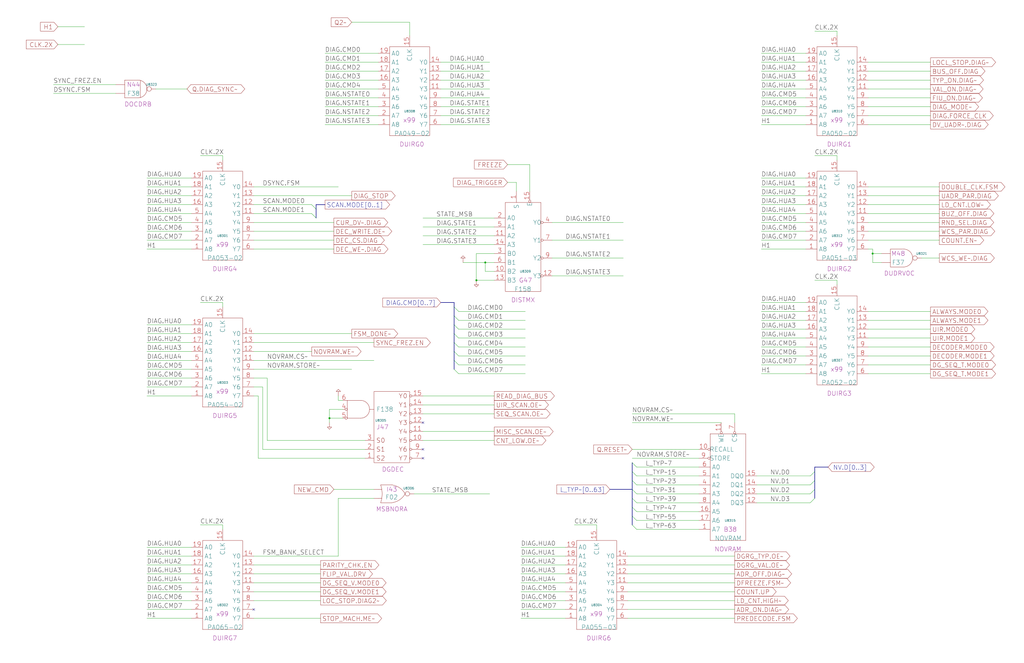
<source format=kicad_sch>
(kicad_sch (version 20230121) (generator eeschema)
  (paper "User" 584.2 378.46)
  (title_block (title "DIAGNOSTIC PROCESSOR") (date "22-MAY-90") (rev "1.0") (comment 1 "SEQUENCER") (comment 2 "232-003064") (comment 3 "S400") (comment 4 "RELEASED"))
  (lib_symbols
    (symbol "r1000:F02" (pin_numbers hide) (pin_names hide)
      (property "Reference" "U" (at 12.16 0.635 0))
      (property "Value" "F02" (at -1.27 -4.445 0))
      (property "Location" "___" (at 2.54 0 0))
      (property "Name" "______" (at 2.54 -12.7 0))
      (symbol "F02_1_1"
        (pin input line (at -7.62 0 0) (length 2.54) (name "D0") (number "1"))
        (pin input line (at -7.62 -5.08 0) (length 2.54) (name "D1") (number "2"))
        (pin output line (at 15.24 -2.54 180) (length 1.27) (name "Q") (number "3"))
      )
      (symbol "F02_1_2"
        (pin input line (at -7.62 0 0) (length 2.54) (name "D0") (number "1"))
        (pin input line (at -7.62 -5.08 0) (length 2.54) (name "D1") (number "2"))
        (pin output line (at 15.24 -2.54 180) (length 2.54) (name "Q") (number "3"))
      )
    )
    (symbol "r1000:F138" (pin_names (offset 1.016) hide)
      (property "Reference" "U" (at 1.27 3.81 0))
      (property "Value" "F138" (at -1.27 10.16 0))
      (property "Location" "___" (at -1.27 0 0))
      (property "Name" "______" (at 8.255 -24.13 0))
      (symbol "F138_1_1"
        (text "0" (at 2.54 -7.62 0) (effects (font (size 2.54 2.54))))
        (text "0" (at 15.24 17.78 0) (effects (font (size 2.54 2.54))))
        (text "1" (at 2.54 -12.7 0) (effects (font (size 2.54 2.54))))
        (text "1" (at 15.24 12.7 0) (effects (font (size 2.54 2.54))))
        (text "2" (at 2.54 -17.78 0) (effects (font (size 2.54 2.54))))
        (text "2" (at 15.24 7.62 0) (effects (font (size 2.54 2.54))))
        (text "3" (at 15.24 2.54 0) (effects (font (size 2.54 2.54))))
        (text "4" (at 15.24 -2.54 0) (effects (font (size 2.54 2.54))))
        (text "5" (at 15.24 -7.62 0) (effects (font (size 2.54 2.54))))
        (text "6" (at 15.24 -12.7 0) (effects (font (size 2.54 2.54))))
        (text "7" (at 15.24 -17.78 0) (effects (font (size 2.54 2.54))))
        (text "S" (at 0 -17.78 0) (effects (font (size 2.54 2.54))))
        (text "S" (at 0 -12.7 0) (effects (font (size 2.54 2.54))))
        (text "S" (at 0 -7.62 0) (effects (font (size 2.54 2.54))))
        (text "Y" (at 12.7 -17.78 0) (effects (font (size 2.54 2.54))))
        (text "Y" (at 12.7 -12.7 0) (effects (font (size 2.54 2.54))))
        (text "Y" (at 12.7 -7.62 0) (effects (font (size 2.54 2.54))))
        (text "Y" (at 12.7 -2.54 0) (effects (font (size 2.54 2.54))))
        (text "Y" (at 12.7 2.54 0) (effects (font (size 2.54 2.54))))
        (text "Y" (at 12.7 7.62 0) (effects (font (size 2.54 2.54))))
        (text "Y" (at 12.7 12.7 0) (effects (font (size 2.54 2.54))))
        (text "Y" (at 12.7 17.78 0) (effects (font (size 2.54 2.54))))
        (pin input line (at -7.62 -17.78 0) (length 5.08) (name "S2") (number "1"))
        (pin output line (at 25.4 -7.62 180) (length 6.35) (name "Y5_") (number "10"))
        (pin output line (at 25.4 -2.54 180) (length 6.35) (name "Y4_") (number "11"))
        (pin output line (at 25.4 2.54 180) (length 6.35) (name "Y3_") (number "12"))
        (pin output line (at 25.4 7.62 180) (length 6.35) (name "Y2_") (number "13"))
        (pin output line (at 25.4 12.7 180) (length 6.35) (name "Y1_") (number "14"))
        (pin output line (at 25.4 17.78 180) (length 6.35) (name "Y0_") (number "15"))
        (pin input line (at -7.62 -12.7 0) (length 5.08) (name "S1") (number "2"))
        (pin input line (at -7.62 -7.62 0) (length 5.08) (name "S0") (number "3"))
        (pin input line (at -20.32 10.16 0) (length 1.27) (name "D1") (number "4"))
        (pin input line (at -20.32 5.08 0) (length 1.27) (name "D2") (number "5"))
        (pin input line (at -20.32 15.24 0) (length 1.27) (name "D0") (number "6"))
        (pin output line (at 25.4 -17.78 180) (length 6.35) (name "Y7_") (number "7"))
        (pin output line (at 25.4 -12.7 180) (length 6.35) (name "Y6_") (number "9"))
      )
    )
    (symbol "r1000:F158" (pin_names (offset 1.016))
      (property "Reference" "U" (at 2.54 5.08 0))
      (property "Value" "F158" (at -3.81 -5.08 0))
      (property "Location" "___" (at -1.27 0 0))
      (property "Name" "______" (at 1.27 -12.7 0))
      (symbol "F158_1_1"
        (pin input line (at -2.54 50.8 270) (length 6.35) (name "S") (number "1"))
        (pin input line (at -15.24 5.08 0) (length 6.35) (name "B2") (number "10"))
        (pin input line (at -15.24 25.4 0) (length 6.35) (name "A2") (number "11"))
        (pin output line (at 17.78 2.54 180) (length 5.08) (name "Y3") (number "12"))
        (pin input line (at -15.24 0 0) (length 6.35) (name "B3") (number "13"))
        (pin input line (at -15.24 20.32 0) (length 6.35) (name "A3") (number "14"))
        (pin input line (at 5.08 50.8 270) (length 5.08) (name "E") (number "15"))
        (pin input line (at -15.24 35.56 0) (length 6.35) (name "A0") (number "2"))
        (pin input line (at -15.24 15.24 0) (length 6.35) (name "B0") (number "3"))
        (pin output line (at 17.78 33.02 180) (length 5.08) (name "Y0") (number "4"))
        (pin input line (at -15.24 30.48 0) (length 6.35) (name "A1") (number "5"))
        (pin input line (at -15.24 10.16 0) (length 6.35) (name "B1") (number "6"))
        (pin output line (at 17.78 22.86 180) (length 5.08) (name "Y1") (number "7"))
        (pin output line (at 17.78 12.7 180) (length 5.08) (name "Y2") (number "9"))
      )
    )
    (symbol "r1000:F37" (pin_numbers hide) (pin_names (offset 0) hide)
      (property "Reference" "U" (at 15.24 0 0))
      (property "Value" "F37" (at 1.905 -5.08 0))
      (property "Location" "___" (at 1.905 0 0))
      (property "Name" "______" (at 2.54 -12.7 0))
      (symbol "F37_1_1"
        (pin input line (at -7.62 0 0) (length 5.08) (name "D0") (number "1"))
        (pin input line (at -7.62 -5.08 0) (length 5.08) (name "D1") (number "2"))
        (pin output line (at 15.24 -2.54 180) (length 2.54) (name "Q") (number "3"))
      )
      (symbol "F37_1_2"
        (pin input line (at -7.62 0 0) (length 2.54) (name "D0") (number "1"))
        (pin input line (at -7.62 -5.08 0) (length 2.54) (name "D1") (number "2"))
        (pin output line (at 15.24 -2.54 180) (length 5.08) (name "Q") (number "3"))
      )
    )
    (symbol "r1000:F38" (pin_numbers hide) (pin_names hide)
      (property "Reference" "U" (at 12.7 2.54 0))
      (property "Value" "F38" (at 2.54 -2.54 0))
      (property "Location" "___" (at 2.54 2.54 0))
      (property "Name" "______" (at 5.08 -10.16 0))
      (symbol "F38_1_1"
        (pin input line (at -7.62 2.54 0) (length 5.08) (name "D0") (number "1"))
        (pin input line (at -7.62 -2.54 0) (length 5.08) (name "D1") (number "2"))
        (pin open_collector line (at 15.24 0 180) (length 2.54) (name "Q") (number "3"))
      )
      (symbol "F38_1_2"
        (pin input line (at -7.62 2.54 0) (length 2.54) (name "D0") (number "1"))
        (pin input line (at -7.62 -2.54 0) (length 2.54) (name "D1") (number "2"))
        (pin open_collector line (at 15.24 0 180) (length 5.08) (name "Q") (number "3"))
      )
    )
    (symbol "r1000:NOVRAM" (pin_names (offset 1.016))
      (property "Reference" "U" (at 2.54 5.08 0))
      (property "Value" "NOVRAM" (at -6.35 -5.08 0))
      (property "Location" "___" (at -1.27 0 0))
      (property "Name" "______" (at 1.27 -12.7 0))
      (symbol "NOVRAM_1_1"
        (pin input line (at -15.24 0 0) (length 6.35) (name "A7") (number "1"))
        (pin input line (at -15.24 45.72 0) (length 5.08) (name "RECALL") (number "10"))
        (pin input line (at -2.54 60.96 270) (length 5.08) (name "WE") (number "11"))
        (pin bidirectional line (at 17.78 15.24 180) (length 6.35) (name "DQ3") (number "12"))
        (pin bidirectional line (at 17.78 20.32 180) (length 6.35) (name "DQ2") (number "13"))
        (pin bidirectional line (at 17.78 25.4 180) (length 6.35) (name "DQ1") (number "14"))
        (pin bidirectional line (at 17.78 30.48 180) (length 6.35) (name "DQ0") (number "15"))
        (pin input line (at -15.24 10.16 0) (length 6.35) (name "A5") (number "16"))
        (pin input line (at -15.24 5.08 0) (length 6.35) (name "A6") (number "17"))
        (pin input line (at -15.24 20.32 0) (length 6.35) (name "A3") (number "3"))
        (pin input line (at -15.24 25.4 0) (length 6.35) (name "A2") (number "4"))
        (pin input line (at -15.24 30.48 0) (length 6.35) (name "A1") (number "5"))
        (pin input line (at -15.24 35.56 0) (length 6.35) (name "A0") (number "6"))
        (pin input line (at 5.08 60.96 270) (length 5.08) (name "CS") (number "7"))
        (pin input line (at -15.24 15.24 0) (length 6.35) (name "A4") (number "8"))
        (pin input line (at -15.24 40.64 0) (length 5.08) (name "STORE") (number "9"))
      )
    )
    (symbol "r1000:PD" (power) (pin_numbers hide) (pin_names hide) (in_bom no)
      (symbol "PD_1_1"
        (pin power_in line (at 0 0 270) (length 2.54) (name "PD") (number "1"))
      )
    )
    (symbol "r1000:PU" (power) (pin_numbers hide) (pin_names hide)
      (symbol "PU_1_1"
        (pin power_in line (at 0 0 90) (length 2.54) (name "PU") (number "1"))
      )
    )
    (symbol "r1000:XPAXXXL" (pin_names (offset 1.016))
      (property "Reference" "U" (at 2.54 5.08 0))
      (property "Value" "XPAXXXL" (at -6.35 -7.62 0))
      (property "Location" "___" (at -1.27 0 0))
      (property "Name" "______" (at 3.81 -15.24 0))
      (symbol "XPAXXXL_1_1"
        (pin input line (at -15.24 -2.54 0) (length 6.35) (name "A8") (number "1"))
        (pin output line (at 20.32 17.78 180) (length 6.35) (name "Y3") (number "11"))
        (pin output line (at 20.32 22.86 180) (length 6.35) (name "Y2") (number "12"))
        (pin output line (at 20.32 27.94 180) (length 6.35) (name "Y1") (number "13"))
        (pin output line (at 20.32 33.02 180) (length 6.35) (name "Y0") (number "14"))
        (pin input line (at 2.54 48.26 270) (length 6.35) (name "CLK") (number "15"))
        (pin input line (at -15.24 22.86 0) (length 6.35) (name "A3") (number "16"))
        (pin input line (at -15.24 27.94 0) (length 6.35) (name "A2") (number "17"))
        (pin input line (at -15.24 33.02 0) (length 6.35) (name "A1") (number "18"))
        (pin input line (at -15.24 38.1 0) (length 6.35) (name "A0") (number "19"))
        (pin input line (at -15.24 2.54 0) (length 6.35) (name "A7") (number "2"))
        (pin input line (at -15.24 7.62 0) (length 6.35) (name "A6") (number "3"))
        (pin input line (at -15.24 12.7 0) (length 6.35) (name "A5") (number "4"))
        (pin input line (at -15.24 17.78 0) (length 6.35) (name "A4") (number "5"))
        (pin output line (at 20.32 -2.54 180) (length 6.35) (name "Y7") (number "6"))
        (pin output line (at 20.32 2.54 180) (length 6.35) (name "Y6") (number "7"))
        (pin output line (at 20.32 7.62 180) (length 6.35) (name "Y5") (number "8"))
        (pin output line (at 20.32 12.7 180) (length 6.35) (name "Y4") (number "9"))
      )
    )
  )
  (junction (at 187.96 238.76))
  (junction (at 497.84 144.78))
  (junction (at 271.78 160.02))
  (junction (at 276.86 149.86))
  (no_connect (at 144.78 347.98))
  (no_connect (at 241.3 261.62))
  (no_connect (at 241.3 256.54))
  (no_connect (at 241.3 241.3))
  (bus_entry (at 259.08 180.34) (size 2.54 2.54))
  (bus_entry (at 464.82 284.48) (size -2.54 2.54))
  (bus_entry (at 360.68 299.72) (size 2.54 2.54))
  (bus_entry (at 259.08 190.5) (size 2.54 2.54))
  (bus_entry (at 464.82 279.4) (size -2.54 2.54))
  (bus_entry (at 360.68 284.48) (size 2.54 2.54))
  (bus_entry (at 360.68 269.24) (size 2.54 2.54))
  (bus_entry (at 360.68 279.4) (size 2.54 2.54))
  (bus_entry (at 464.82 269.24) (size -2.54 2.54))
  (bus_entry (at 360.68 264.16) (size 2.54 2.54))
  (bus_entry (at 360.68 274.32) (size 2.54 2.54))
  (bus_entry (at 360.68 294.64) (size 2.54 2.54))
  (bus_entry (at 177.8 121.92) (size 2.54 2.54))
  (bus_entry (at 259.08 195.58) (size 2.54 2.54))
  (bus_entry (at 177.8 116.84) (size 2.54 2.54))
  (bus_entry (at 259.08 175.26) (size 2.54 2.54))
  (bus_entry (at 259.08 205.74) (size 2.54 2.54))
  (bus_entry (at 360.68 289.56) (size 2.54 2.54))
  (bus_entry (at 464.82 274.32) (size -2.54 2.54))
  (bus_entry (at 259.08 210.82) (size 2.54 2.54))
  (bus_entry (at 259.08 200.66) (size 2.54 2.54))
  (bus_entry (at 259.08 185.42) (size 2.54 2.54))
  (bus (pts (xy 259.08 195.58) (xy 259.08 200.66)))
  (wire (pts (xy 144.78 342.9) (xy 182.88 342.9)))
  (wire (pts (xy 495.3 55.88) (xy 530.86 55.88)))
  (wire (pts (xy 434.34 116.84) (xy 459.74 116.84)))
  (wire (pts (xy 497.84 149.86) (xy 502.92 149.86)))
  (wire (pts (xy 144.78 127) (xy 190.5 127)))
  (wire (pts (xy 144.78 205.74) (xy 213.36 205.74)))
  (wire (pts (xy 251.46 66.04) (xy 279.4 66.04)))
  (wire (pts (xy 495.3 213.36) (xy 530.86 213.36)))
  (wire (pts (xy 251.46 50.8) (xy 279.4 50.8)))
  (wire (pts (xy 83.82 342.9) (xy 109.22 342.9)))
  (bus (pts (xy 464.82 266.7) (xy 472.44 266.7)))
  (wire (pts (xy 193.04 226.06) (xy 193.04 228.6)))
  (bus (pts (xy 464.82 274.32) (xy 464.82 279.4)))
  (bus (pts (xy 360.68 279.4) (xy 360.68 284.48)))
  (wire (pts (xy 185.42 40.64) (xy 215.9 40.64)))
  (wire (pts (xy 241.3 231.14) (xy 281.94 231.14)))
  (bus (pts (xy 259.08 205.74) (xy 259.08 210.82)))
  (wire (pts (xy 363.22 266.7) (xy 398.78 266.7)))
  (wire (pts (xy 358.14 347.98) (xy 419.1 347.98)))
  (wire (pts (xy 434.34 35.56) (xy 459.74 35.56)))
  (wire (pts (xy 144.78 121.92) (xy 177.8 121.92)))
  (bus (pts (xy 259.08 190.5) (xy 259.08 195.58)))
  (wire (pts (xy 144.78 317.5) (xy 193.04 317.5)))
  (wire (pts (xy 261.62 203.2) (xy 299.72 203.2)))
  (bus (pts (xy 259.08 172.72) (xy 259.08 175.26)))
  (wire (pts (xy 261.62 182.88) (xy 299.72 182.88)))
  (wire (pts (xy 434.34 40.64) (xy 459.74 40.64)))
  (wire (pts (xy 114.3 172.72) (xy 127 172.72)))
  (wire (pts (xy 152.4 251.46) (xy 208.28 251.46)))
  (wire (pts (xy 363.22 302.26) (xy 398.78 302.26)))
  (wire (pts (xy 144.78 332.74) (xy 182.88 332.74)))
  (wire (pts (xy 363.22 297.18) (xy 398.78 297.18)))
  (wire (pts (xy 83.82 317.5) (xy 109.22 317.5)))
  (wire (pts (xy 363.22 281.94) (xy 398.78 281.94)))
  (wire (pts (xy 363.22 287.02) (xy 398.78 287.02)))
  (wire (pts (xy 83.82 226.06) (xy 109.22 226.06)))
  (wire (pts (xy 185.42 30.48) (xy 215.9 30.48)))
  (wire (pts (xy 363.22 292.1) (xy 398.78 292.1)))
  (wire (pts (xy 83.82 205.74) (xy 109.22 205.74)))
  (wire (pts (xy 185.42 60.96) (xy 215.9 60.96)))
  (wire (pts (xy 434.34 142.24) (xy 459.74 142.24)))
  (wire (pts (xy 434.34 30.48) (xy 459.74 30.48)))
  (wire (pts (xy 495.3 111.76) (xy 535.94 111.76)))
  (wire (pts (xy 144.78 353.06) (xy 182.88 353.06)))
  (wire (pts (xy 241.3 251.46) (xy 281.94 251.46)))
  (wire (pts (xy 495.3 193.04) (xy 530.86 193.04)))
  (wire (pts (xy 83.82 353.06) (xy 109.22 353.06)))
  (wire (pts (xy 261.62 193.04) (xy 299.72 193.04)))
  (wire (pts (xy 497.84 142.24) (xy 495.3 142.24)))
  (wire (pts (xy 327.66 299.72) (xy 340.36 299.72)))
  (wire (pts (xy 314.96 127) (xy 355.6 127)))
  (bus (pts (xy 360.68 274.32) (xy 360.68 279.4)))
  (wire (pts (xy 363.22 276.86) (xy 398.78 276.86)))
  (wire (pts (xy 187.96 238.76) (xy 195.58 238.76)))
  (wire (pts (xy 83.82 312.42) (xy 109.22 312.42)))
  (wire (pts (xy 297.18 342.9) (xy 322.58 342.9)))
  (wire (pts (xy 464.82 160.02) (xy 477.52 160.02)))
  (wire (pts (xy 431.8 281.94) (xy 462.28 281.94)))
  (wire (pts (xy 261.62 208.28) (xy 299.72 208.28)))
  (wire (pts (xy 297.18 322.58) (xy 322.58 322.58)))
  (wire (pts (xy 83.82 220.98) (xy 109.22 220.98)))
  (wire (pts (xy 144.78 226.06) (xy 147.32 226.06)))
  (wire (pts (xy 289.56 93.98) (xy 302.26 93.98)))
  (wire (pts (xy 495.3 66.04) (xy 530.86 66.04)))
  (wire (pts (xy 363.22 271.78) (xy 398.78 271.78)))
  (bus (pts (xy 464.82 269.24) (xy 464.82 274.32)))
  (wire (pts (xy 495.3 137.16) (xy 535.94 137.16)))
  (wire (pts (xy 495.3 45.72) (xy 530.86 45.72)))
  (wire (pts (xy 30.48 48.26) (xy 66.04 48.26)))
  (wire (pts (xy 495.3 106.68) (xy 535.94 106.68)))
  (wire (pts (xy 497.84 144.78) (xy 502.92 144.78)))
  (wire (pts (xy 434.34 106.68) (xy 459.74 106.68)))
  (wire (pts (xy 261.62 213.36) (xy 299.72 213.36)))
  (wire (pts (xy 144.78 137.16) (xy 190.5 137.16)))
  (wire (pts (xy 297.18 317.5) (xy 322.58 317.5)))
  (wire (pts (xy 297.18 353.06) (xy 322.58 353.06)))
  (wire (pts (xy 83.82 190.5) (xy 109.22 190.5)))
  (bus (pts (xy 360.68 284.48) (xy 360.68 289.56)))
  (wire (pts (xy 83.82 116.84) (xy 109.22 116.84)))
  (wire (pts (xy 497.84 144.78) (xy 497.84 142.24)))
  (wire (pts (xy 233.68 12.7) (xy 233.68 20.32)))
  (wire (pts (xy 419.1 236.22) (xy 419.1 241.3)))
  (wire (pts (xy 495.3 187.96) (xy 530.86 187.96)))
  (wire (pts (xy 185.42 35.56) (xy 215.9 35.56)))
  (wire (pts (xy 144.78 215.9) (xy 152.4 215.9)))
  (wire (pts (xy 193.04 284.48) (xy 213.36 284.48)))
  (wire (pts (xy 497.84 149.86) (xy 497.84 144.78)))
  (wire (pts (xy 495.3 177.8) (xy 530.86 177.8)))
  (wire (pts (xy 431.8 271.78) (xy 462.28 271.78)))
  (wire (pts (xy 195.58 233.68) (xy 187.96 233.68)))
  (wire (pts (xy 434.34 198.12) (xy 459.74 198.12)))
  (wire (pts (xy 144.78 220.98) (xy 149.86 220.98)))
  (wire (pts (xy 289.56 104.14) (xy 294.64 104.14)))
  (wire (pts (xy 83.82 137.16) (xy 109.22 137.16)))
  (bus (pts (xy 464.82 266.7) (xy 464.82 269.24)))
  (wire (pts (xy 144.78 327.66) (xy 182.88 327.66)))
  (wire (pts (xy 127 172.72) (xy 127 175.26)))
  (wire (pts (xy 83.82 322.58) (xy 109.22 322.58)))
  (wire (pts (xy 30.48 53.34) (xy 66.04 53.34)))
  (wire (pts (xy 83.82 121.92) (xy 109.22 121.92)))
  (wire (pts (xy 264.16 149.86) (xy 276.86 149.86)))
  (wire (pts (xy 83.82 332.74) (xy 109.22 332.74)))
  (wire (pts (xy 144.78 200.66) (xy 177.8 200.66)))
  (wire (pts (xy 83.82 127) (xy 109.22 127)))
  (wire (pts (xy 434.34 121.92) (xy 459.74 121.92)))
  (wire (pts (xy 88.9 50.8) (xy 106.68 50.8)))
  (wire (pts (xy 360.68 241.3) (xy 411.48 241.3)))
  (wire (pts (xy 83.82 101.6) (xy 109.22 101.6)))
  (wire (pts (xy 261.62 177.8) (xy 299.72 177.8)))
  (wire (pts (xy 149.86 256.54) (xy 208.28 256.54)))
  (wire (pts (xy 358.14 337.82) (xy 419.1 337.82)))
  (bus (pts (xy 259.08 175.26) (xy 259.08 180.34)))
  (wire (pts (xy 431.8 276.86) (xy 462.28 276.86)))
  (wire (pts (xy 193.04 317.5) (xy 193.04 284.48)))
  (wire (pts (xy 276.86 149.86) (xy 281.94 149.86)))
  (wire (pts (xy 185.42 45.72) (xy 215.9 45.72)))
  (wire (pts (xy 185.42 71.12) (xy 215.9 71.12)))
  (wire (pts (xy 144.78 142.24) (xy 190.5 142.24)))
  (wire (pts (xy 434.34 182.88) (xy 459.74 182.88)))
  (wire (pts (xy 127 299.72) (xy 127 302.26)))
  (wire (pts (xy 241.3 124.46) (xy 281.94 124.46)))
  (wire (pts (xy 251.46 55.88) (xy 279.4 55.88)))
  (wire (pts (xy 236.22 281.94) (xy 279.4 281.94)))
  (wire (pts (xy 83.82 327.66) (xy 109.22 327.66)))
  (wire (pts (xy 144.78 116.84) (xy 177.8 116.84)))
  (bus (pts (xy 259.08 200.66) (xy 259.08 205.74)))
  (wire (pts (xy 144.78 106.68) (xy 193.04 106.68)))
  (wire (pts (xy 144.78 322.58) (xy 182.88 322.58)))
  (wire (pts (xy 251.46 71.12) (xy 279.4 71.12)))
  (wire (pts (xy 271.78 144.78) (xy 271.78 160.02)))
  (wire (pts (xy 144.78 210.82) (xy 200.66 210.82)))
  (wire (pts (xy 251.46 40.64) (xy 279.4 40.64)))
  (wire (pts (xy 434.34 45.72) (xy 459.74 45.72)))
  (wire (pts (xy 200.66 12.7) (xy 233.68 12.7)))
  (wire (pts (xy 495.3 40.64) (xy 530.86 40.64)))
  (wire (pts (xy 434.34 55.88) (xy 459.74 55.88)))
  (wire (pts (xy 495.3 50.8) (xy 530.86 50.8)))
  (wire (pts (xy 360.68 256.54) (xy 398.78 256.54)))
  (wire (pts (xy 434.34 60.96) (xy 459.74 60.96)))
  (wire (pts (xy 33.02 15.24) (xy 48.26 15.24)))
  (wire (pts (xy 251.46 60.96) (xy 279.4 60.96)))
  (wire (pts (xy 83.82 132.08) (xy 109.22 132.08)))
  (wire (pts (xy 495.3 60.96) (xy 530.86 60.96)))
  (bus (pts (xy 360.68 269.24) (xy 360.68 274.32)))
  (wire (pts (xy 144.78 195.58) (xy 213.36 195.58)))
  (wire (pts (xy 434.34 193.04) (xy 459.74 193.04)))
  (wire (pts (xy 147.32 261.62) (xy 208.28 261.62)))
  (wire (pts (xy 434.34 101.6) (xy 459.74 101.6)))
  (bus (pts (xy 251.46 172.72) (xy 259.08 172.72)))
  (wire (pts (xy 185.42 55.88) (xy 215.9 55.88)))
  (wire (pts (xy 495.3 132.08) (xy 535.94 132.08)))
  (wire (pts (xy 261.62 198.12) (xy 299.72 198.12)))
  (wire (pts (xy 314.96 157.48) (xy 355.6 157.48)))
  (wire (pts (xy 434.34 50.8) (xy 459.74 50.8)))
  (wire (pts (xy 83.82 195.58) (xy 109.22 195.58)))
  (wire (pts (xy 358.14 327.66) (xy 419.1 327.66)))
  (bus (pts (xy 180.34 119.38) (xy 180.34 124.46)))
  (wire (pts (xy 434.34 187.96) (xy 459.74 187.96)))
  (wire (pts (xy 83.82 215.9) (xy 109.22 215.9)))
  (wire (pts (xy 431.8 287.02) (xy 462.28 287.02)))
  (wire (pts (xy 276.86 154.94) (xy 276.86 149.86)))
  (wire (pts (xy 271.78 160.02) (xy 281.94 160.02)))
  (wire (pts (xy 241.3 236.22) (xy 281.94 236.22)))
  (wire (pts (xy 358.14 353.06) (xy 419.1 353.06)))
  (wire (pts (xy 434.34 213.36) (xy 459.74 213.36)))
  (wire (pts (xy 185.42 50.8) (xy 215.9 50.8)))
  (wire (pts (xy 241.3 139.7) (xy 281.94 139.7)))
  (bus (pts (xy 180.34 116.84) (xy 180.34 119.38)))
  (wire (pts (xy 477.52 17.78) (xy 477.52 20.32)))
  (wire (pts (xy 314.96 147.32) (xy 355.6 147.32)))
  (wire (pts (xy 358.14 342.9) (xy 419.1 342.9)))
  (wire (pts (xy 193.04 228.6) (xy 195.58 228.6)))
  (wire (pts (xy 33.02 25.4) (xy 48.26 25.4)))
  (wire (pts (xy 144.78 111.76) (xy 200.66 111.76)))
  (wire (pts (xy 241.3 134.62) (xy 281.94 134.62)))
  (wire (pts (xy 495.3 198.12) (xy 530.86 198.12)))
  (wire (pts (xy 83.82 185.42) (xy 109.22 185.42)))
  (wire (pts (xy 83.82 106.68) (xy 109.22 106.68)))
  (wire (pts (xy 241.3 226.06) (xy 281.94 226.06)))
  (wire (pts (xy 297.18 332.74) (xy 322.58 332.74)))
  (wire (pts (xy 434.34 66.04) (xy 459.74 66.04)))
  (wire (pts (xy 434.34 172.72) (xy 459.74 172.72)))
  (wire (pts (xy 149.86 220.98) (xy 149.86 256.54)))
  (wire (pts (xy 434.34 127) (xy 459.74 127)))
  (wire (pts (xy 495.3 71.12) (xy 530.86 71.12)))
  (wire (pts (xy 144.78 337.82) (xy 182.88 337.82)))
  (wire (pts (xy 434.34 71.12) (xy 459.74 71.12)))
  (wire (pts (xy 83.82 337.82) (xy 109.22 337.82)))
  (wire (pts (xy 434.34 203.2) (xy 459.74 203.2)))
  (wire (pts (xy 358.14 322.58) (xy 419.1 322.58)))
  (wire (pts (xy 83.82 210.82) (xy 109.22 210.82)))
  (wire (pts (xy 434.34 177.8) (xy 459.74 177.8)))
  (wire (pts (xy 495.3 182.88) (xy 530.86 182.88)))
  (wire (pts (xy 152.4 215.9) (xy 152.4 251.46)))
  (bus (pts (xy 259.08 185.42) (xy 259.08 190.5)))
  (wire (pts (xy 495.3 208.28) (xy 530.86 208.28)))
  (wire (pts (xy 360.68 236.22) (xy 419.1 236.22)))
  (wire (pts (xy 495.3 127) (xy 535.94 127)))
  (bus (pts (xy 259.08 180.34) (xy 259.08 185.42)))
  (wire (pts (xy 297.18 312.42) (xy 322.58 312.42)))
  (wire (pts (xy 297.18 337.82) (xy 322.58 337.82)))
  (wire (pts (xy 187.96 238.76) (xy 187.96 241.3)))
  (wire (pts (xy 241.3 129.54) (xy 281.94 129.54)))
  (wire (pts (xy 281.94 154.94) (xy 276.86 154.94)))
  (wire (pts (xy 340.36 299.72) (xy 340.36 302.26)))
  (wire (pts (xy 251.46 35.56) (xy 279.4 35.56)))
  (wire (pts (xy 464.82 88.9) (xy 477.52 88.9)))
  (bus (pts (xy 360.68 264.16) (xy 360.68 269.24)))
  (wire (pts (xy 127 88.9) (xy 127 91.44)))
  (wire (pts (xy 495.3 116.84) (xy 535.94 116.84)))
  (wire (pts (xy 190.5 279.4) (xy 213.36 279.4)))
  (wire (pts (xy 114.3 88.9) (xy 127 88.9)))
  (wire (pts (xy 434.34 132.08) (xy 459.74 132.08)))
  (bus (pts (xy 360.68 289.56) (xy 360.68 294.64)))
  (wire (pts (xy 358.14 332.74) (xy 419.1 332.74)))
  (wire (pts (xy 297.18 347.98) (xy 322.58 347.98)))
  (wire (pts (xy 185.42 66.04) (xy 215.9 66.04)))
  (wire (pts (xy 358.14 317.5) (xy 419.1 317.5)))
  (bus (pts (xy 180.34 116.84) (xy 185.42 116.84)))
  (wire (pts (xy 314.96 137.16) (xy 355.6 137.16)))
  (wire (pts (xy 83.82 111.76) (xy 109.22 111.76)))
  (wire (pts (xy 83.82 142.24) (xy 109.22 142.24)))
  (wire (pts (xy 477.52 88.9) (xy 477.52 91.44)))
  (wire (pts (xy 83.82 347.98) (xy 109.22 347.98)))
  (wire (pts (xy 297.18 327.66) (xy 322.58 327.66)))
  (wire (pts (xy 464.82 17.78) (xy 477.52 17.78)))
  (bus (pts (xy 360.68 294.64) (xy 360.68 299.72)))
  (wire (pts (xy 434.34 137.16) (xy 459.74 137.16)))
  (wire (pts (xy 302.26 93.98) (xy 302.26 109.22)))
  (wire (pts (xy 360.68 261.62) (xy 398.78 261.62)))
  (wire (pts (xy 144.78 190.5) (xy 200.66 190.5)))
  (wire (pts (xy 281.94 144.78) (xy 271.78 144.78)))
  (wire (pts (xy 251.46 45.72) (xy 279.4 45.72)))
  (wire (pts (xy 495.3 203.2) (xy 530.86 203.2)))
  (wire (pts (xy 495.3 121.92) (xy 535.94 121.92)))
  (wire (pts (xy 187.96 233.68) (xy 187.96 238.76)))
  (wire (pts (xy 434.34 111.76) (xy 459.74 111.76)))
  (wire (pts (xy 114.3 299.72) (xy 127 299.72)))
  (wire (pts (xy 495.3 35.56) (xy 530.86 35.56)))
  (wire (pts (xy 261.62 187.96) (xy 299.72 187.96)))
  (bus (pts (xy 464.82 279.4) (xy 464.82 284.48)))
  (wire (pts (xy 241.3 246.38) (xy 281.94 246.38)))
  (wire (pts (xy 144.78 132.08) (xy 190.5 132.08)))
  (wire (pts (xy 434.34 208.28) (xy 459.74 208.28)))
  (wire (pts (xy 525.78 147.32) (xy 535.94 147.32)))
  (wire (pts (xy 477.52 160.02) (xy 477.52 162.56)))
  (wire (pts (xy 83.82 200.66) (xy 109.22 200.66)))
  (wire (pts (xy 147.32 226.06) (xy 147.32 261.62)))
  (wire (pts (xy 294.64 104.14) (xy 294.64 109.22)))
  (bus (pts (xy 347.98 279.4) (xy 360.68 279.4)))
  (label "H1" (at 83.82 226.06 0) (effects (font (size 2.54 2.54))))
  (label "DIAG.CMD5" (at 83.82 127 0) (effects (font (size 2.54 2.54))))
  (label "DIAG.HUA2" (at 434.34 40.64 0) (effects (font (size 2.54 2.54))))
  (label "DIAG.CMD6" (at 434.34 60.96 0) (effects (font (size 2.54 2.54))))
  (label "DIAG.HUA4" (at 434.34 193.04 0) (effects (font (size 2.54 2.54))))
  (label "SCAN.MODE0" (at 149.86 116.84 0) (effects (font (size 2.54 2.54))))
  (label "DIAG.HUA0" (at 434.34 172.72 0) (effects (font (size 2.54 2.54))))
  (label "NOVRAM.CS~" (at 152.4 205.74 0) (effects (font (size 2.54 2.54))))
  (label "DIAG.CMD5" (at 83.82 210.82 0) (effects (font (size 2.54 2.54))))
  (label "DIAG.HUA2" (at 83.82 322.58 0) (effects (font (size 2.54 2.54))))
  (label "DIAG.CMD6" (at 83.82 215.9 0) (effects (font (size 2.54 2.54))))
  (label "DIAG.HUA2" (at 434.34 111.76 0) (effects (font (size 2.54 2.54))))
  (label "H1" (at 297.18 353.06 0) (effects (font (size 2.54 2.54))))
  (label "DIAG.CMD0" (at 266.7 177.8 0) (effects (font (size 2.54 2.54))))
  (label "STATE_MSB" (at 248.92 124.46 0) (effects (font (size 2.54 2.54))))
  (label "DIAG.CMD4" (at 185.42 50.8 0) (effects (font (size 2.54 2.54))))
  (label "DIAG.CMD7" (at 434.34 137.16 0) (effects (font (size 2.54 2.54))))
  (label "DIAG.NSTATE3" (at 322.58 157.48 0) (effects (font (size 2.54 2.54))))
  (label "DIAG.STATE1" (at 248.92 129.54 0) (effects (font (size 2.54 2.54))))
  (label "DIAG.CMD5" (at 83.82 337.82 0) (effects (font (size 2.54 2.54))))
  (label "H1" (at 434.34 213.36 0) (effects (font (size 2.54 2.54))))
  (label "DIAG.CMD7" (at 83.82 137.16 0) (effects (font (size 2.54 2.54))))
  (label "DIAG.STATE3" (at 256.54 71.12 0) (effects (font (size 2.54 2.54))))
  (label "L_TYP~63" (at 368.3 302.26 0) (effects (font (size 2.54 2.54))))
  (label "DIAG.HUA3" (at 256.54 50.8 0) (effects (font (size 2.54 2.54))))
  (label "DIAG.CMD7" (at 83.82 220.98 0) (effects (font (size 2.54 2.54))))
  (label "SCAN.MODE1" (at 149.86 121.92 0) (effects (font (size 2.54 2.54))))
  (label "DIAG.HUA2" (at 83.82 195.58 0) (effects (font (size 2.54 2.54))))
  (label "DIAG.HUA3" (at 297.18 327.66 0) (effects (font (size 2.54 2.54))))
  (label "DIAG.CMD7" (at 434.34 208.28 0) (effects (font (size 2.54 2.54))))
  (label "DIAG.NSTATE2" (at 185.42 66.04 0) (effects (font (size 2.54 2.54))))
  (label "DIAG.CMD6" (at 434.34 203.2 0) (effects (font (size 2.54 2.54))))
  (label "DIAG.NSTATE1" (at 185.42 60.96 0) (effects (font (size 2.54 2.54))))
  (label "DIAG.CMD2" (at 266.7 187.96 0) (effects (font (size 2.54 2.54))))
  (label "DIAG.CMD6" (at 434.34 132.08 0) (effects (font (size 2.54 2.54))))
  (label "DIAG.HUA1" (at 83.82 106.68 0) (effects (font (size 2.54 2.54))))
  (label "CLK.2X" (at 114.3 299.72 0) (effects (font (size 2.54 2.54))))
  (label "DIAG.STATE3" (at 248.92 139.7 0) (effects (font (size 2.54 2.54))))
  (label "SYNC_FREZ.EN" (at 30.48 48.26 0) (effects (font (size 2.54 2.54))))
  (label "DIAG.HUA3" (at 83.82 327.66 0) (effects (font (size 2.54 2.54))))
  (label "NV.D0" (at 439.42 271.78 0) (effects (font (size 2.54 2.54))))
  (label "CLK.2X" (at 114.3 88.9 0) (effects (font (size 2.54 2.54))))
  (label "DIAG.HUA4" (at 83.82 205.74 0) (effects (font (size 2.54 2.54))))
  (label "DSYNC.FSM" (at 30.48 53.34 0) (effects (font (size 2.54 2.54))))
  (label "NOVRAM.CS~" (at 360.68 236.22 0) (effects (font (size 2.54 2.54))))
  (label "DSYNC.FSM" (at 149.86 106.68 0) (effects (font (size 2.54 2.54))))
  (label "DIAG.HUA4" (at 256.54 55.88 0) (effects (font (size 2.54 2.54))))
  (label "DIAG.HUA1" (at 434.34 177.8 0) (effects (font (size 2.54 2.54))))
  (label "DIAG.HUA1" (at 434.34 106.68 0) (effects (font (size 2.54 2.54))))
  (label "DIAG.CMD1" (at 185.42 35.56 0) (effects (font (size 2.54 2.54))))
  (label "DIAG.HUA0" (at 297.18 312.42 0) (effects (font (size 2.54 2.54))))
  (label "DIAG.HUA3" (at 83.82 116.84 0) (effects (font (size 2.54 2.54))))
  (label "DIAG.CMD7" (at 266.7 213.36 0) (effects (font (size 2.54 2.54))))
  (label "DIAG.HUA4" (at 434.34 121.92 0) (effects (font (size 2.54 2.54))))
  (label "DIAG.CMD1" (at 266.7 182.88 0) (effects (font (size 2.54 2.54))))
  (label "DIAG.NSTATE0" (at 185.42 55.88 0) (effects (font (size 2.54 2.54))))
  (label "DIAG.HUA1" (at 256.54 40.64 0) (effects (font (size 2.54 2.54))))
  (label "DIAG.HUA0" (at 83.82 101.6 0) (effects (font (size 2.54 2.54))))
  (label "DIAG.HUA2" (at 83.82 111.76 0) (effects (font (size 2.54 2.54))))
  (label "DIAG.NSTATE1" (at 322.58 137.16 0) (effects (font (size 2.54 2.54))))
  (label "DIAG.NSTATE0" (at 322.58 127 0) (effects (font (size 2.54 2.54))))
  (label "DIAG.HUA1" (at 297.18 317.5 0) (effects (font (size 2.54 2.54))))
  (label "DIAG.CMD6" (at 83.82 132.08 0) (effects (font (size 2.54 2.54))))
  (label "L_TYP~7" (at 368.3 266.7 0) (effects (font (size 2.54 2.54))))
  (label "NV.D1" (at 439.42 276.86 0) (effects (font (size 2.54 2.54))))
  (label "NOVRAM.STORE~" (at 363.22 261.62 0) (effects (font (size 2.54 2.54))))
  (label "FSM_BANK_SELECT" (at 149.86 317.5 0) (effects (font (size 2.54 2.54))))
  (label "CLK.2X" (at 114.3 172.72 0) (effects (font (size 2.54 2.54))))
  (label "CLK.2X" (at 464.82 17.78 0) (effects (font (size 2.54 2.54))))
  (label "NOVRAM.WE~" (at 360.68 241.3 0) (effects (font (size 2.54 2.54))))
  (label "DIAG.HUA2" (at 256.54 45.72 0) (effects (font (size 2.54 2.54))))
  (label "DIAG.CMD6" (at 83.82 342.9 0) (effects (font (size 2.54 2.54))))
  (label "NV.D3" (at 439.42 287.02 0) (effects (font (size 2.54 2.54))))
  (label "H1" (at 83.82 142.24 0) (effects (font (size 2.54 2.54))))
  (label "DIAG.HUA1" (at 434.34 35.56 0) (effects (font (size 2.54 2.54))))
  (label "DIAG.CMD3" (at 266.7 193.04 0) (effects (font (size 2.54 2.54))))
  (label "DIAG.CMD6" (at 297.18 342.9 0) (effects (font (size 2.54 2.54))))
  (label "DIAG.HUA3" (at 434.34 45.72 0) (effects (font (size 2.54 2.54))))
  (label "DIAG.HUA0" (at 434.34 101.6 0) (effects (font (size 2.54 2.54))))
  (label "DIAG.CMD3" (at 185.42 45.72 0) (effects (font (size 2.54 2.54))))
  (label "CLK.2X" (at 464.82 88.9 0) (effects (font (size 2.54 2.54))))
  (label "DIAG.CMD5" (at 434.34 55.88 0) (effects (font (size 2.54 2.54))))
  (label "DIAG.HUA4" (at 434.34 50.8 0) (effects (font (size 2.54 2.54))))
  (label "H1" (at 434.34 71.12 0) (effects (font (size 2.54 2.54))))
  (label "DIAG.HUA0" (at 83.82 185.42 0) (effects (font (size 2.54 2.54))))
  (label "DIAG.CMD7" (at 297.18 347.98 0) (effects (font (size 2.54 2.54))))
  (label "DIAG.CMD4" (at 266.7 198.12 0) (effects (font (size 2.54 2.54))))
  (label "DIAG.HUA4" (at 83.82 121.92 0) (effects (font (size 2.54 2.54))))
  (label "DIAG.CMD5" (at 266.7 203.2 0) (effects (font (size 2.54 2.54))))
  (label "DIAG.HUA1" (at 83.82 190.5 0) (effects (font (size 2.54 2.54))))
  (label "CLK.2X" (at 464.82 160.02 0) (effects (font (size 2.54 2.54))))
  (label "DIAG.HUA3" (at 434.34 116.84 0) (effects (font (size 2.54 2.54))))
  (label "DIAG.NSTATE3" (at 185.42 71.12 0) (effects (font (size 2.54 2.54))))
  (label "DIAG.HUA0" (at 256.54 35.56 0) (effects (font (size 2.54 2.54))))
  (label "DIAG.CMD2" (at 185.42 40.64 0) (effects (font (size 2.54 2.54))))
  (label "DIAG.CMD7" (at 434.34 66.04 0) (effects (font (size 2.54 2.54))))
  (label "L_TYP~15" (at 368.3 271.78 0) (effects (font (size 2.54 2.54))))
  (label "DIAG.STATE2" (at 248.92 134.62 0) (effects (font (size 2.54 2.54))))
  (label "NOVRAM.STORE~" (at 152.4 210.82 0) (effects (font (size 2.54 2.54))))
  (label "DIAG.HUA3" (at 434.34 187.96 0) (effects (font (size 2.54 2.54))))
  (label "DIAG.HUA4" (at 83.82 332.74 0) (effects (font (size 2.54 2.54))))
  (label "DIAG.CMD0" (at 185.42 30.48 0) (effects (font (size 2.54 2.54))))
  (label "DIAG.HUA1" (at 83.82 317.5 0) (effects (font (size 2.54 2.54))))
  (label "L_TYP~55" (at 368.3 297.18 0) (effects (font (size 2.54 2.54))))
  (label "DIAG.HUA2" (at 297.18 322.58 0) (effects (font (size 2.54 2.54))))
  (label "DIAG.CMD7" (at 83.82 347.98 0) (effects (font (size 2.54 2.54))))
  (label "L_TYP~23" (at 368.3 276.86 0) (effects (font (size 2.54 2.54))))
  (label "L_TYP~31" (at 368.3 281.94 0) (effects (font (size 2.54 2.54))))
  (label "DIAG.HUA0" (at 434.34 30.48 0) (effects (font (size 2.54 2.54))))
  (label "DIAG.HUA0" (at 83.82 312.42 0) (effects (font (size 2.54 2.54))))
  (label "STATE_MSB" (at 246.38 281.94 0) (effects (font (size 2.54 2.54))))
  (label "L_TYP~47" (at 368.3 292.1 0) (effects (font (size 2.54 2.54))))
  (label "DIAG.HUA3" (at 83.82 200.66 0) (effects (font (size 2.54 2.54))))
  (label "DIAG.NSTATE2" (at 322.58 147.32 0) (effects (font (size 2.54 2.54))))
  (label "DIAG.CMD5" (at 434.34 198.12 0) (effects (font (size 2.54 2.54))))
  (label "DIAG.STATE1" (at 256.54 60.96 0) (effects (font (size 2.54 2.54))))
  (label "CLK.2X" (at 327.66 299.72 0) (effects (font (size 2.54 2.54))))
  (label "DIAG.STATE2" (at 256.54 66.04 0) (effects (font (size 2.54 2.54))))
  (label "DIAG.CMD5" (at 297.18 337.82 0) (effects (font (size 2.54 2.54))))
  (label "H1" (at 83.82 353.06 0) (effects (font (size 2.54 2.54))))
  (label "DIAG.HUA2" (at 434.34 182.88 0) (effects (font (size 2.54 2.54))))
  (label "DIAG.CMD6" (at 266.7 208.28 0) (effects (font (size 2.54 2.54))))
  (label "L_TYP~39" (at 368.3 287.02 0) (effects (font (size 2.54 2.54))))
  (label "DIAG.CMD5" (at 434.34 127 0) (effects (font (size 2.54 2.54))))
  (label "DIAG.HUA4" (at 297.18 332.74 0) (effects (font (size 2.54 2.54))))
  (label "NV.D2" (at 439.42 281.94 0) (effects (font (size 2.54 2.54))))
  (label "H1" (at 434.34 142.24 0) (effects (font (size 2.54 2.54))))
  (global_label "VAL_ON.DIAG~" (shape output) (at 530.86 50.8 0) (effects (font (size 2.54 2.54))) (property "Intersheetrefs" "${INTERSHEET_REFS}" (at 560.8441 50.6413 0) (effects (font (size 1.905 1.905)) (justify left))))
  (global_label "DG_SEQ_V.MODE0" (shape output) (at 182.88 332.74 0) (effects (font (size 2.54 2.54))) (property "Intersheetrefs" "${INTERSHEET_REFS}" (at 220.2422 332.5813 0) (effects (font (size 1.905 1.905)) (justify left))))
  (global_label "DFREEZE.FSM~" (shape output) (at 419.1 332.74 0) (effects (font (size 2.54 2.54))) (property "Intersheetrefs" "${INTERSHEET_REFS}" (at 451.0193 332.5813 0) (effects (font (size 1.905 1.905)) (justify left))))
  (global_label "DGRG_VAL.OE~" (shape output) (at 419.1 322.58 0) (effects (font (size 2.54 2.54))) (property "Intersheetrefs" "${INTERSHEET_REFS}" (at 450.4146 322.4213 0) (effects (font (size 1.905 1.905)) (justify left))))
  (global_label "DIAG.FORCE_CLK" (shape output) (at 530.86 66.04 0) (effects (font (size 2.54 2.54))) (property "Intersheetrefs" "${INTERSHEET_REFS}" (at 566.6498 65.8813 0) (effects (font (size 1.905 1.905)) (justify left))))
  (global_label "DIAG_STOP" (shape output) (at 200.66 111.76 0) (effects (font (size 2.54 2.54))) (property "Intersheetrefs" "${INTERSHEET_REFS}" (at 225.4431 111.6013 0) (effects (font (size 1.905 1.905)) (justify left))))
  (global_label "MISC_SCAN.OE~" (shape output) (at 281.94 246.38 0) (effects (font (size 2.54 2.54))) (property "Intersheetrefs" "${INTERSHEET_REFS}" (at 315.5527 246.2213 0) (effects (font (size 1.905 1.905)) (justify left))))
  (global_label "SCAN.MODE[0..1]" (shape output) (at 185.42 116.84 0) (effects (font (size 2.54 2.54))) (property "Intersheetrefs" "${INTERSHEET_REFS}" (at 222.2984 116.6813 0) (effects (font (size 1.905 1.905)) (justify left))))
  (global_label "DECODER.MODE0" (shape output) (at 530.86 198.12 0) (effects (font (size 2.54 2.54))) (property "Intersheetrefs" "${INTERSHEET_REFS}" (at 567.1336 197.9613 0) (effects (font (size 1.905 1.905)) (justify left))))
  (global_label "DG_SEQ_V.MODE1" (shape output) (at 182.88 337.82 0) (effects (font (size 2.54 2.54))) (property "Intersheetrefs" "${INTERSHEET_REFS}" (at 220.2422 337.6613 0) (effects (font (size 1.905 1.905)) (justify left))))
  (global_label "WCS_PAR.DIAG" (shape output) (at 535.94 132.08 0) (effects (font (size 2.54 2.54))) (property "Intersheetrefs" "${INTERSHEET_REFS}" (at 567.4965 131.9213 0) (effects (font (size 1.905 1.905)) (justify left))))
  (global_label "UIR.MODE1" (shape output) (at 530.86 193.04 0) (effects (font (size 2.54 2.54))) (property "Intersheetrefs" "${INTERSHEET_REFS}" (at 556.127 192.8813 0) (effects (font (size 1.905 1.905)) (justify left))))
  (global_label "DEC_CS.DIAG" (shape output) (at 190.5 137.16 0) (effects (font (size 2.54 2.54))) (property "Intersheetrefs" "${INTERSHEET_REFS}" (at 219.2746 137.0013 0) (effects (font (size 1.905 1.905)) (justify left))))
  (global_label "NOVRAM.WE~" (shape output) (at 177.8 200.66 0) (effects (font (size 2.54 2.54))) (property "Intersheetrefs" "${INTERSHEET_REFS}" (at 205.9698 200.5013 0) (effects (font (size 1.905 1.905)) (justify left))))
  (global_label "DEC_WRITE.OE~" (shape output) (at 190.5 132.08 0) (effects (font (size 2.54 2.54))) (property "Intersheetrefs" "${INTERSHEET_REFS}" (at 223.5079 131.9213 0) (effects (font (size 1.905 1.905)) (justify left))))
  (global_label "DECODER.MODE1" (shape output) (at 530.86 203.2 0) (effects (font (size 2.54 2.54))) (property "Intersheetrefs" "${INTERSHEET_REFS}" (at 567.1336 203.0413 0) (effects (font (size 1.905 1.905)) (justify left))))
  (global_label "CNT_LOW.OE~" (shape output) (at 281.94 251.46 0) (effects (font (size 2.54 2.54))) (property "Intersheetrefs" "${INTERSHEET_REFS}" (at 311.4403 251.3013 0) (effects (font (size 1.905 1.905)) (justify left))))
  (global_label "ALWAYS.MODE0" (shape output) (at 530.86 177.8 0) (effects (font (size 2.54 2.54))) (property "Intersheetrefs" "${INTERSHEET_REFS}" (at 563.626 177.6413 0) (effects (font (size 1.905 1.905)) (justify left))))
  (global_label "BUZ_OFF.DIAG" (shape output) (at 535.94 121.92 0) (effects (font (size 2.54 2.54))) (property "Intersheetrefs" "${INTERSHEET_REFS}" (at 567.0127 121.7613 0) (effects (font (size 1.905 1.905)) (justify left))))
  (global_label "ADR_ON.DIAG~" (shape output) (at 419.1 347.98 0) (effects (font (size 2.54 2.54))) (property "Intersheetrefs" "${INTERSHEET_REFS}" (at 449.9308 347.8213 0) (effects (font (size 1.905 1.905)) (justify left))))
  (global_label "BUS_OFF.DIAG" (shape output) (at 530.86 40.64 0) (effects (font (size 2.54 2.54))) (property "Intersheetrefs" "${INTERSHEET_REFS}" (at 561.9327 40.4813 0) (effects (font (size 1.905 1.905)) (justify left))))
  (global_label "SYNC_FREZ.EN" (shape output) (at 213.36 195.58 0) (effects (font (size 2.54 2.54))) (property "Intersheetrefs" "${INTERSHEET_REFS}" (at 245.5212 195.4213 0) (effects (font (size 1.905 1.905)) (justify left))))
  (global_label "Q.DIAG_SYNC~" (shape bidirectional) (at 106.68 50.8 0) (effects (font (size 2.54 2.54))) (property "Intersheetrefs" "${INTERSHEET_REFS}" (at 137.3898 50.6413 0) (effects (font (size 1.905 1.905)) (justify left))))
  (global_label "DG_SEQ_T.MODE0" (shape output) (at 530.86 208.28 0) (effects (font (size 2.54 2.54))) (property "Intersheetrefs" "${INTERSHEET_REFS}" (at 567.9803 208.1213 0) (effects (font (size 1.905 1.905)) (justify left))))
  (global_label "FSM_DONE~" (shape output) (at 200.66 190.5 0) (effects (font (size 2.54 2.54))) (property "Intersheetrefs" "${INTERSHEET_REFS}" (at 226.8946 190.3413 0) (effects (font (size 1.905 1.905)) (justify left))))
  (global_label "UIR.MODE0" (shape output) (at 530.86 187.96 0) (effects (font (size 2.54 2.54))) (property "Intersheetrefs" "${INTERSHEET_REFS}" (at 556.127 187.8013 0) (effects (font (size 1.905 1.905)) (justify left))))
  (global_label "UADR_PAR.DIAG" (shape output) (at 535.94 111.76 0) (effects (font (size 2.54 2.54))) (property "Intersheetrefs" "${INTERSHEET_REFS}" (at 569.5527 111.6013 0) (effects (font (size 1.905 1.905)) (justify left))))
  (global_label "PARITY_CHK.EN" (shape output) (at 182.88 322.58 0) (effects (font (size 2.54 2.54))) (property "Intersheetrefs" "${INTERSHEET_REFS}" (at 216.1298 322.4213 0) (effects (font (size 1.905 1.905)) (justify left))))
  (global_label "CLK.2X" (shape input) (at 33.02 25.4 180) (effects (font (size 2.54 2.54))) (property "Intersheetrefs" "${INTERSHEET_REFS}" (at 5.334 25.2413 0) (effects (font (size 1.905 1.905)) (justify right))))
  (global_label "LOCL_STOP.DIAG~" (shape output) (at 530.86 35.56 0) (effects (font (size 2.54 2.54))) (property "Intersheetrefs" "${INTERSHEET_REFS}" (at 567.9803 35.4013 0) (effects (font (size 1.905 1.905)) (justify left))))
  (global_label "LOC_STOP.DIAG2~" (shape output) (at 182.88 342.9 0) (effects (font (size 2.54 2.54))) (property "Intersheetrefs" "${INTERSHEET_REFS}" (at 220.3631 342.7413 0) (effects (font (size 1.905 1.905)) (justify left))))
  (global_label "COUNT.UP" (shape output) (at 419.1 337.82 0) (effects (font (size 2.54 2.54))) (property "Intersheetrefs" "${INTERSHEET_REFS}" (at 442.7946 337.6613 0) (effects (font (size 1.905 1.905)) (justify left))))
  (global_label "DGRG_TYP.OE~" (shape output) (at 419.1 317.5 0) (effects (font (size 2.54 2.54))) (property "Intersheetrefs" "${INTERSHEET_REFS}" (at 450.6565 317.3413 0) (effects (font (size 1.905 1.905)) (justify left))))
  (global_label "ALWAYS.MODE1" (shape output) (at 530.86 182.88 0) (effects (font (size 2.54 2.54))) (property "Intersheetrefs" "${INTERSHEET_REFS}" (at 563.626 182.7213 0) (effects (font (size 1.905 1.905)) (justify left))))
  (global_label "DOUBLE_CLK.FSM" (shape output) (at 535.94 106.68 0) (effects (font (size 2.54 2.54))) (property "Intersheetrefs" "${INTERSHEET_REFS}" (at 573.3022 106.5213 0) (effects (font (size 1.905 1.905)) (justify left))))
  (global_label "NEW_CMD" (shape input) (at 190.5 279.4 180) (effects (font (size 2.54 2.54))) (property "Intersheetrefs" "${INTERSHEET_REFS}" (at 167.894 279.2413 0) (effects (font (size 1.905 1.905)) (justify right))))
  (global_label "DIAG.CMD[0..7]" (shape input) (at 251.46 172.72 180) (effects (font (size 2.54 2.54))) (property "Intersheetrefs" "${INTERSHEET_REFS}" (at 218.3311 172.5613 0) (effects (font (size 1.905 1.905)) (justify right))))
  (global_label "Q2~" (shape input) (at 200.66 12.7 180) (effects (font (size 2.54 2.54))) (property "Intersheetrefs" "${INTERSHEET_REFS}" (at 188.9397 12.5413 0) (effects (font (size 1.905 1.905)) (justify right))))
  (global_label "LD_CNT.HIGH~" (shape output) (at 419.1 342.9 0) (effects (font (size 2.54 2.54))) (property "Intersheetrefs" "${INTERSHEET_REFS}" (at 449.6889 342.7413 0) (effects (font (size 1.905 1.905)) (justify left))))
  (global_label "L_TYP~[0..63]" (shape input) (at 347.98 279.4 180) (effects (font (size 2.54 2.54))) (property "Intersheetrefs" "${INTERSHEET_REFS}" (at 317.633 279.2413 0) (effects (font (size 1.905 1.905)) (justify right))))
  (global_label "NV.D[0..3]" (shape bidirectional) (at 472.44 266.7 0) (effects (font (size 2.54 2.54))) (property "Intersheetrefs" "${INTERSHEET_REFS}" (at 496.4974 266.5413 0) (effects (font (size 1.905 1.905)) (justify left))))
  (global_label "CUR_DV~.DIAG" (shape output) (at 190.5 127 0) (effects (font (size 2.54 2.54))) (property "Intersheetrefs" "${INTERSHEET_REFS}" (at 221.2098 126.8413 0) (effects (font (size 1.905 1.905)) (justify left))))
  (global_label "UIR_SCAN.OE~" (shape output) (at 281.94 231.14 0) (effects (font (size 2.54 2.54))) (property "Intersheetrefs" "${INTERSHEET_REFS}" (at 312.8917 230.9813 0) (effects (font (size 1.905 1.905)) (justify left))))
  (global_label "Q.RESET~" (shape input) (at 360.68 256.54 180) (effects (font (size 2.54 2.54))) (property "Intersheetrefs" "${INTERSHEET_REFS}" (at 338.6788 256.3813 0) (effects (font (size 1.905 1.905)) (justify right))))
  (global_label "ADR_OFF.DIAG~" (shape output) (at 419.1 327.66 0) (effects (font (size 2.54 2.54))) (property "Intersheetrefs" "${INTERSHEET_REFS}" (at 451.6241 327.5013 0) (effects (font (size 1.905 1.905)) (justify left))))
  (global_label "COUNT.EN~" (shape output) (at 535.94 137.16 0) (effects (font (size 2.54 2.54))) (property "Intersheetrefs" "${INTERSHEET_REFS}" (at 561.207 137.0013 0) (effects (font (size 1.905 1.905)) (justify left))))
  (global_label "FIU_ON.DIAG~" (shape output) (at 530.86 55.88 0) (effects (font (size 2.54 2.54))) (property "Intersheetrefs" "${INTERSHEET_REFS}" (at 560.4812 55.7213 0) (effects (font (size 1.905 1.905)) (justify left))))
  (global_label "FREEZE" (shape input) (at 289.56 93.98 180) (effects (font (size 2.54 2.54))) (property "Intersheetrefs" "${INTERSHEET_REFS}" (at 270.7035 93.8213 0) (effects (font (size 1.905 1.905)) (justify right))))
  (global_label "WCS_WE~.DIAG" (shape output) (at 535.94 147.32 0) (effects (font (size 2.54 2.54))) (property "Intersheetrefs" "${INTERSHEET_REFS}" (at 569.6736 147.1613 0) (effects (font (size 1.905 1.905)) (justify left))))
  (global_label "READ_DIAG_BUS" (shape output) (at 281.94 226.06 0) (effects (font (size 2.54 2.54))) (property "Intersheetrefs" "${INTERSHEET_REFS}" (at 316.2784 225.9013 0) (effects (font (size 1.905 1.905)) (justify left))))
  (global_label "DIAG_TRIGGER" (shape input) (at 289.56 104.14 180) (effects (font (size 2.54 2.54))) (property "Intersheetrefs" "${INTERSHEET_REFS}" (at 258.7292 103.9813 0) (effects (font (size 1.905 1.905)) (justify right))))
  (global_label "SEQ_SCAN.OE~" (shape output) (at 281.94 236.22 0) (effects (font (size 2.54 2.54))) (property "Intersheetrefs" "${INTERSHEET_REFS}" (at 313.8593 236.0613 0) (effects (font (size 1.905 1.905)) (justify left))))
  (global_label "DV_UADR~.DIAG" (shape output) (at 530.86 71.12 0) (effects (font (size 2.54 2.54))) (property "Intersheetrefs" "${INTERSHEET_REFS}" (at 563.747 70.9613 0) (effects (font (size 1.905 1.905)) (justify left))))
  (global_label "STOP_MACH.ME~" (shape output) (at 182.88 353.06 0) (effects (font (size 2.54 2.54))) (property "Intersheetrefs" "${INTERSHEET_REFS}" (at 217.7022 352.9013 0) (effects (font (size 1.905 1.905)) (justify left))))
  (global_label "FLIP_VAL.DRV" (shape output) (at 182.88 327.66 0) (effects (font (size 2.54 2.54))) (property "Intersheetrefs" "${INTERSHEET_REFS}" (at 212.5012 327.5013 0) (effects (font (size 1.905 1.905)) (justify left))))
  (global_label "PREDECODE.FSM" (shape output) (at 419.1 353.06 0) (effects (font (size 2.54 2.54))) (property "Intersheetrefs" "${INTERSHEET_REFS}" (at 454.8898 352.9013 0) (effects (font (size 1.905 1.905)) (justify left))))
  (global_label "DG_SEQ_T.MODE1" (shape output) (at 530.86 213.36 0) (effects (font (size 2.54 2.54))) (property "Intersheetrefs" "${INTERSHEET_REFS}" (at 567.9803 213.2013 0) (effects (font (size 1.905 1.905)) (justify left))))
  (global_label "DEC_WE~.DIAG" (shape output) (at 190.5 142.24 0) (effects (font (size 2.54 2.54))) (property "Intersheetrefs" "${INTERSHEET_REFS}" (at 221.3308 142.0813 0) (effects (font (size 1.905 1.905)) (justify left))))
  (global_label "DIAG_MODE~" (shape output) (at 530.86 60.96 0) (effects (font (size 2.54 2.54))) (property "Intersheetrefs" "${INTERSHEET_REFS}" (at 558.3041 60.8013 0) (effects (font (size 1.905 1.905)) (justify left))))
  (global_label "RND_SEL.DIAG" (shape output) (at 535.94 127 0) (effects (font (size 2.54 2.54))) (property "Intersheetrefs" "${INTERSHEET_REFS}" (at 566.8917 126.8413 0) (effects (font (size 1.905 1.905)) (justify left))))
  (global_label "LD_CNT.LOW~" (shape output) (at 535.94 116.84 0) (effects (font (size 2.54 2.54))) (property "Intersheetrefs" "${INTERSHEET_REFS}" (at 565.0774 116.6813 0) (effects (font (size 1.905 1.905)) (justify left))))
  (global_label "TYP_ON.DIAG~" (shape output) (at 530.86 45.72 0) (effects (font (size 2.54 2.54))) (property "Intersheetrefs" "${INTERSHEET_REFS}" (at 561.086 45.5613 0) (effects (font (size 1.905 1.905)) (justify left))))
  (global_label "H1" (shape input) (at 33.02 15.24 180) (effects (font (size 2.54 2.54))) (property "Intersheetrefs" "${INTERSHEET_REFS}" (at 23.114 15.0813 0) (effects (font (size 1.905 1.905)) (justify right))))
  (symbol (lib_id "r1000:PU") (at 193.04 226.06 0) (unit 1)
    (property "Reference" "#PWR0113" (effects hide))
    (property "Value" "PU" (effects hide))
  )
  (symbol (lib_id "r1000:F158") (at 297.18 160.02 0) (unit 1)
    (property "Reference" "U8309" (at 299.72 154.94 0))
    (property "Value" "F158" (at 293.37 165.1 0) (effects (font (size 2.54 2.54)) (justify left)))
    (property "Location" "G47" (at 295.91 160.02 0) (effects (font (size 2.54 2.54)) (justify left)))
    (property "Name" "DISTMX" (at 298.45 172.72 0) (effects (font (size 2.54 2.54)) (justify bottom)))
  )
  (symbol (lib_id "r1000:XPAXXXL") (at 474.98 210.82 0) (unit 1)
    (property "Reference" "U8307" (at 477.52 205.74 0))
    (property "Value" "PA052-02" (at 468.63 218.44 0) (effects (font (size 2.54 2.54)) (justify left)))
    (property "Location" "x99" (at 473.71 210.82 0) (effects (font (size 2.54 2.54)) (justify left)))
    (property "Name" "DUIRG3" (at 478.79 226.06 0) (effects (font (size 2.54 2.54)) (justify bottom)))
  )
  (symbol (lib_id "r1000:XPAXXXL") (at 124.46 223.52 0) (unit 1)
    (property "Reference" "U8303" (at 127 218.44 0))
    (property "Value" "PA054-02" (at 118.11 231.14 0) (effects (font (size 2.54 2.54)) (justify left)))
    (property "Location" "x99" (at 123.19 223.52 0) (effects (font (size 2.54 2.54)) (justify left)))
    (property "Name" "DUIRG5" (at 128.27 238.76 0) (effects (font (size 2.54 2.54)) (justify bottom)))
  )
  (symbol (lib_id "r1000:PU") (at 264.16 149.86 0) (unit 1)
    (property "Reference" "#PWR0106" (effects hide))
    (property "Value" "PU" (effects hide))
  )
  (symbol (lib_id "r1000:PD") (at 271.78 160.02 0) (unit 1) (in_bom no)
    (property "Reference" "#PWR0107" (effects hide))
    (property "Value" "PD" (effects hide))
  )
  (symbol (lib_id "r1000:F38") (at 73.66 50.8 0) (unit 1)
    (property "Reference" "U8323" (at 86.36 48.26 0))
    (property "Value" "F38" (at 76.2 53.34 0) (effects (font (size 2.54 2.54))))
    (property "Location" "N44" (at 76.2 48.26 0) (effects (font (size 2.54 2.54))))
    (property "Name" "DOCDRB" (at 78.74 60.96 0) (effects (font (size 2.54 2.54)) (justify bottom)))
  )
  (symbol (lib_id "r1000:F37") (at 510.54 144.78 0) (unit 1)
    (property "Reference" "U8321" (at 525.78 144.78 0))
    (property "Value" "F37" (at 512.445 149.86 0) (effects (font (size 2.54 2.54))))
    (property "Location" "M48" (at 512.445 144.78 0) (effects (font (size 2.54 2.54))))
    (property "Name" "DUDRV0C" (at 513.08 157.48 0) (effects (font (size 2.54 2.54)) (justify bottom)))
  )
  (symbol (lib_id "r1000:XPAXXXL") (at 231.14 68.58 0) (unit 1)
    (property "Reference" "U8308" (at 233.68 63.5 0))
    (property "Value" "PA049-02" (at 224.79 76.2 0) (effects (font (size 2.54 2.54)) (justify left)))
    (property "Location" "x99" (at 229.87 68.58 0) (effects (font (size 2.54 2.54)) (justify left)))
    (property "Name" "DUIRG0" (at 234.95 83.82 0) (effects (font (size 2.54 2.54)) (justify bottom)))
  )
  (symbol (lib_id "r1000:XPAXXXL") (at 474.98 68.58 0) (unit 1)
    (property "Reference" "U8310" (at 477.52 63.5 0))
    (property "Value" "PA050-02" (at 468.63 76.2 0) (effects (font (size 2.54 2.54)) (justify left)))
    (property "Location" "x99" (at 473.71 68.58 0) (effects (font (size 2.54 2.54)) (justify left)))
    (property "Name" "DUIRG1" (at 478.79 83.82 0) (effects (font (size 2.54 2.54)) (justify bottom)))
  )
  (symbol (lib_id "r1000:XPAXXXL") (at 124.46 139.7 0) (unit 1)
    (property "Reference" "U8301" (at 127 134.62 0))
    (property "Value" "PA053-02" (at 118.11 147.32 0) (effects (font (size 2.54 2.54)) (justify left)))
    (property "Location" "x99" (at 123.19 139.7 0) (effects (font (size 2.54 2.54)) (justify left)))
    (property "Name" "DUIRG4" (at 128.27 154.94 0) (effects (font (size 2.54 2.54)) (justify bottom)))
  )
  (symbol (lib_id "r1000:NOVRAM") (at 414.02 302.26 0) (unit 1)
    (property "Reference" "U8315" (at 416.56 297.18 0))
    (property "Value" "NOVRAM" (at 407.67 307.34 0) (effects (font (size 2.54 2.54)) (justify left)))
    (property "Location" "B38" (at 412.75 302.26 0) (effects (font (size 2.54 2.54)) (justify left)))
    (property "Name" "NOVRAM" (at 415.29 314.96 0) (effects (font (size 2.54 2.54)) (justify bottom)))
  )
  (symbol (lib_id "r1000:PD") (at 187.96 241.3 0) (unit 1) (in_bom no)
    (property "Reference" "#PWR0110" (effects hide))
    (property "Value" "PD" (effects hide))
  )
  (symbol (lib_id "r1000:XPAXXXL") (at 337.82 350.52 0) (unit 1)
    (property "Reference" "U8304" (at 340.36 345.44 0))
    (property "Value" "PA055-03" (at 331.47 358.14 0) (effects (font (size 2.54 2.54)) (justify left)))
    (property "Location" "x99" (at 336.55 350.52 0) (effects (font (size 2.54 2.54)) (justify left)))
    (property "Name" "DUIRG6" (at 341.63 365.76 0) (effects (font (size 2.54 2.54)) (justify bottom)))
  )
  (symbol (lib_id "r1000:F02") (at 220.98 279.4 0) (unit 1)
    (property "Reference" "U8306" (at 233.14 278.765 0))
    (property "Value" "F02" (at 219.71 283.845 0) (effects (font (size 2.54 2.54)) (justify left)))
    (property "Location" "I43" (at 223.52 279.4 0) (effects (font (size 2.54 2.54))))
    (property "Name" "MSBNORA" (at 223.52 292.1 0) (effects (font (size 2.54 2.54)) (justify bottom)))
  )
  (symbol (lib_id "r1000:F138") (at 215.9 243.84 0) (unit 1)
    (property "Reference" "U8305" (at 217.17 240.03 0))
    (property "Value" "F138" (at 214.63 233.68 0) (effects (font (size 2.54 2.54)) (justify left)))
    (property "Location" "J47" (at 214.63 243.84 0) (effects (font (size 2.54 2.54)) (justify left)))
    (property "Name" "DGDEC" (at 224.155 267.97 0) (effects (font (size 2.54 2.54))))
  )
  (symbol (lib_id "r1000:XPAXXXL") (at 124.46 350.52 0) (unit 1)
    (property "Reference" "U8302" (at 127 345.44 0))
    (property "Value" "PA065-02" (at 118.11 358.14 0) (effects (font (size 2.54 2.54)) (justify left)))
    (property "Location" "x99" (at 123.19 350.52 0) (effects (font (size 2.54 2.54)) (justify left)))
    (property "Name" "DUIRG7" (at 128.27 365.76 0) (effects (font (size 2.54 2.54)) (justify bottom)))
  )
  (symbol (lib_id "r1000:XPAXXXL") (at 474.98 139.7 0) (unit 1)
    (property "Reference" "U8312" (at 477.52 134.62 0))
    (property "Value" "PA051-03" (at 468.63 147.32 0) (effects (font (size 2.54 2.54)) (justify left)))
    (property "Location" "x99" (at 473.71 139.7 0) (effects (font (size 2.54 2.54)) (justify left)))
    (property "Name" "DUIRG2" (at 478.79 154.94 0) (effects (font (size 2.54 2.54)) (justify bottom)))
  )
)
</source>
